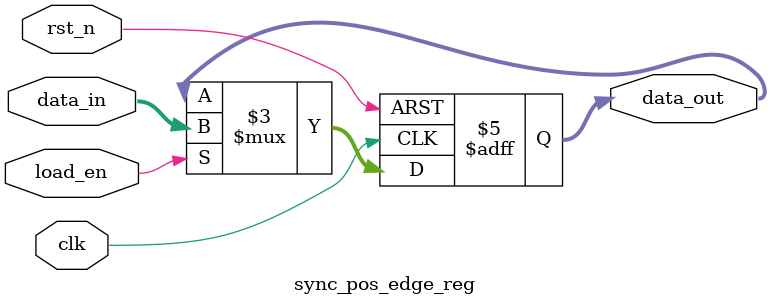
<source format=sv>
module sync_pos_edge_reg(
    input clk, rst_n,
    input [7:0] data_in,
    input load_en,
    output reg [7:0] data_out
);
    always @(posedge clk or negedge rst_n) begin
        if (!rst_n)
            data_out <= 8'b0;
        else if (load_en)
            data_out <= data_in;
    end
endmodule
</source>
